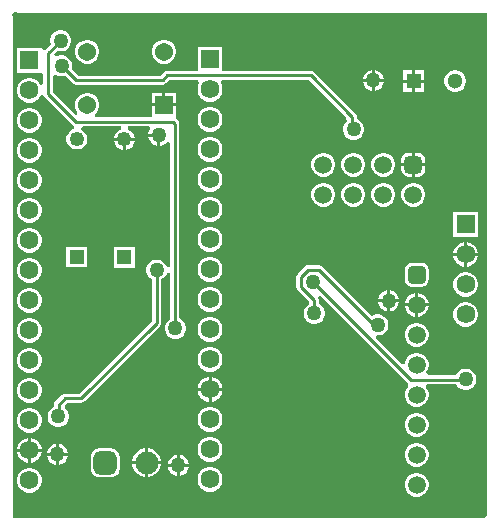
<source format=gbl>
G04*
G04 #@! TF.GenerationSoftware,Altium Limited,Altium Designer,25.5.2 (35)*
G04*
G04 Layer_Physical_Order=2*
G04 Layer_Color=16711680*
%FSLAX44Y44*%
%MOMM*%
G71*
G04*
G04 #@! TF.SameCoordinates,BE086167-A92D-4318-8729-62100742BBEE*
G04*
G04*
G04 #@! TF.FilePolarity,Positive*
G04*
G01*
G75*
%ADD13C,0.2540*%
%ADD14C,1.2500*%
%ADD15R,1.2500X1.2500*%
%ADD16R,1.5400X1.5400*%
%ADD17C,1.5400*%
%ADD18C,1.5900*%
%ADD19R,1.5900X1.5900*%
%ADD24R,1.3000X1.3000*%
%ADD27C,1.3000*%
%ADD29C,1.5000*%
G04:AMPARAMS|DCode=30|XSize=1.5mm|YSize=1.5mm|CornerRadius=0.375mm|HoleSize=0mm|Usage=FLASHONLY|Rotation=180.000|XOffset=0mm|YOffset=0mm|HoleType=Round|Shape=RoundedRectangle|*
%AMROUNDEDRECTD30*
21,1,1.5000,0.7500,0,0,180.0*
21,1,0.7500,1.5000,0,0,180.0*
1,1,0.7500,-0.3750,0.3750*
1,1,0.7500,0.3750,0.3750*
1,1,0.7500,0.3750,-0.3750*
1,1,0.7500,-0.3750,-0.3750*
%
%ADD30ROUNDEDRECTD30*%
%ADD31C,1.5200*%
%ADD32C,1.9500*%
G04:AMPARAMS|DCode=33|XSize=1.52mm|YSize=1.52mm|CornerRadius=0.38mm|HoleSize=0mm|Usage=FLASHONLY|Rotation=270.000|XOffset=0mm|YOffset=0mm|HoleType=Round|Shape=RoundedRectangle|*
%AMROUNDEDRECTD33*
21,1,1.5200,0.7600,0,0,270.0*
21,1,0.7600,1.5200,0,0,270.0*
1,1,0.7600,-0.3800,-0.3800*
1,1,0.7600,-0.3800,0.3800*
1,1,0.7600,0.3800,0.3800*
1,1,0.7600,0.3800,-0.3800*
%
%ADD33ROUNDEDRECTD33*%
G04:AMPARAMS|DCode=34|XSize=1.95mm|YSize=1.95mm|CornerRadius=0.4875mm|HoleSize=0mm|Usage=FLASHONLY|Rotation=0.000|XOffset=0mm|YOffset=0mm|HoleType=Round|Shape=RoundedRectangle|*
%AMROUNDEDRECTD34*
21,1,1.9500,0.9750,0,0,0.0*
21,1,0.9750,1.9500,0,0,0.0*
1,1,0.9750,0.4875,-0.4875*
1,1,0.9750,-0.4875,-0.4875*
1,1,0.9750,-0.4875,0.4875*
1,1,0.9750,0.4875,0.4875*
%
%ADD34ROUNDEDRECTD34*%
%ADD35C,1.2700*%
G36*
X12750Y432250D02*
X409750D01*
Y6250D01*
X407750Y4250D01*
X8750D01*
Y429750D01*
X7750Y430750D01*
X9750Y432750D01*
X12250D01*
X12750Y432250D01*
D02*
G37*
%LPC*%
G36*
X50170Y417390D02*
X47830D01*
X45569Y416784D01*
X43541Y415614D01*
X41886Y413959D01*
X40716Y411931D01*
X40110Y409670D01*
Y407330D01*
X40580Y405574D01*
X35593Y400587D01*
X35530Y400492D01*
X32990Y401263D01*
Y402590D01*
X12010D01*
Y381610D01*
X31915D01*
X32990Y381610D01*
X34455Y379677D01*
Y372053D01*
X31915Y371372D01*
X30894Y373141D01*
X28941Y375094D01*
X26549Y376475D01*
X23881Y377190D01*
X21119D01*
X18451Y376475D01*
X16059Y375094D01*
X14106Y373141D01*
X12725Y370749D01*
X12010Y368081D01*
Y365319D01*
X12725Y362651D01*
X14106Y360259D01*
X16059Y358306D01*
X18451Y356925D01*
X21119Y356210D01*
X23881D01*
X26549Y356925D01*
X28941Y358306D01*
X30894Y360259D01*
X32083Y362318D01*
X33182Y362415D01*
X34734Y362012D01*
X34751Y361923D01*
X35593Y360663D01*
X59003Y337253D01*
X60101Y336520D01*
X60202Y335769D01*
X60022Y333869D01*
X59357Y333691D01*
X57353Y332534D01*
X55716Y330897D01*
X54559Y328893D01*
X53960Y326657D01*
Y324343D01*
X54559Y322107D01*
X55716Y320103D01*
X57353Y318466D01*
X59357Y317309D01*
X61593Y316710D01*
X63907D01*
X66143Y317309D01*
X68147Y318466D01*
X69784Y320103D01*
X70941Y322107D01*
X71540Y324343D01*
Y326657D01*
X70941Y328893D01*
X69784Y330897D01*
X68147Y332534D01*
X66343Y333575D01*
X66286Y333804D01*
X67594Y336115D01*
X99774D01*
X100109Y333575D01*
X99607Y333441D01*
X97603Y332284D01*
X95966Y330647D01*
X94809Y328643D01*
X94240Y326520D01*
X103000D01*
X111760D01*
X111191Y328643D01*
X110034Y330647D01*
X108397Y332284D01*
X106393Y333441D01*
X105891Y333575D01*
X106226Y336115D01*
X123701D01*
X124463Y334970D01*
X124915Y333575D01*
X123966Y331931D01*
X123387Y329770D01*
X132250D01*
Y328500D01*
X133520D01*
Y319637D01*
X135681Y320216D01*
X137709Y321386D01*
X139075Y322753D01*
X140285Y322559D01*
X141615Y321861D01*
Y217179D01*
X139075Y216845D01*
X138784Y217931D01*
X137614Y219959D01*
X135959Y221614D01*
X133931Y222784D01*
X131670Y223390D01*
X129330D01*
X127069Y222784D01*
X125041Y221614D01*
X123386Y219959D01*
X122216Y217931D01*
X121610Y215670D01*
Y213330D01*
X122216Y211069D01*
X123386Y209041D01*
X125041Y207386D01*
X126615Y206478D01*
Y171609D01*
X64891Y109885D01*
X52750D01*
X51263Y109589D01*
X50003Y108747D01*
X44503Y103247D01*
X43661Y101987D01*
X43365Y100500D01*
Y98667D01*
X41541Y97614D01*
X39886Y95959D01*
X38716Y93931D01*
X38110Y91670D01*
Y89330D01*
X38716Y87069D01*
X39886Y85041D01*
X41541Y83386D01*
X43569Y82216D01*
X45830Y81610D01*
X48170D01*
X50431Y82216D01*
X52459Y83386D01*
X54114Y85041D01*
X55284Y87069D01*
X55890Y89330D01*
Y91670D01*
X55284Y93931D01*
X54114Y95959D01*
X52459Y97614D01*
X52669Y100425D01*
X54359Y102115D01*
X66500D01*
X67987Y102411D01*
X69247Y103253D01*
X133247Y167253D01*
X134089Y168513D01*
X134385Y170000D01*
Y206478D01*
X135959Y207386D01*
X137614Y209041D01*
X138784Y211069D01*
X139075Y212155D01*
X141615Y211821D01*
Y172840D01*
X140791Y172364D01*
X139136Y170709D01*
X137966Y168681D01*
X137360Y166420D01*
Y164080D01*
X137966Y161819D01*
X139136Y159791D01*
X140791Y158136D01*
X142819Y156966D01*
X145080Y156360D01*
X147420D01*
X149681Y156966D01*
X151709Y158136D01*
X153364Y159791D01*
X154534Y161819D01*
X155140Y164080D01*
Y166420D01*
X154534Y168681D01*
X153364Y170709D01*
X151709Y172364D01*
X149681Y173534D01*
X149385Y173614D01*
Y338500D01*
X149089Y339987D01*
X148247Y341247D01*
X147648Y341846D01*
X146743Y344002D01*
X146740Y345279D01*
X146740Y352980D01*
X136500D01*
X126260D01*
Y346425D01*
X126260Y344010D01*
X123772Y343885D01*
X79079D01*
X78466Y344916D01*
X78156Y346425D01*
X79694Y347962D01*
X81042Y350298D01*
X81740Y352902D01*
Y355598D01*
X81042Y358203D01*
X79694Y360537D01*
X77787Y362444D01*
X75452Y363792D01*
X72848Y364490D01*
X70152D01*
X67547Y363792D01*
X65212Y362444D01*
X63306Y360537D01*
X61958Y358203D01*
X61260Y355598D01*
Y352902D01*
X61958Y350298D01*
X63169Y348200D01*
X63227Y347705D01*
X62518Y345389D01*
X62383Y345293D01*
X61858Y345386D01*
X42225Y365019D01*
Y378861D01*
X43840Y379750D01*
X44765Y380007D01*
X46569Y378966D01*
X48830Y378360D01*
X51170D01*
X52926Y378830D01*
X59253Y372503D01*
X60513Y371661D01*
X62000Y371365D01*
X135456D01*
X136942Y371661D01*
X138202Y372503D01*
X141025Y375325D01*
X165120D01*
X166467Y372785D01*
X165725Y371499D01*
X165010Y368831D01*
Y366069D01*
X165725Y363401D01*
X167106Y361009D01*
X169059Y359056D01*
X171451Y357675D01*
X174119Y356960D01*
X176881D01*
X179549Y357675D01*
X181941Y359056D01*
X183894Y361009D01*
X185275Y363401D01*
X185990Y366069D01*
Y368831D01*
X185275Y371499D01*
X184533Y372785D01*
X185880Y375325D01*
X259181D01*
X291045Y343461D01*
X291541Y340864D01*
X289886Y339209D01*
X288716Y337181D01*
X288110Y334920D01*
Y332580D01*
X288716Y330319D01*
X289886Y328291D01*
X291541Y326636D01*
X293569Y325466D01*
X295830Y324860D01*
X298170D01*
X300431Y325466D01*
X302459Y326636D01*
X304114Y328291D01*
X305284Y330319D01*
X305890Y332580D01*
Y334920D01*
X305284Y337181D01*
X304114Y339209D01*
X302459Y340864D01*
X300431Y342034D01*
X299975Y342157D01*
Y343910D01*
X299679Y345397D01*
X298837Y346657D01*
X263537Y381957D01*
X262277Y382799D01*
X260790Y383095D01*
X185990D01*
Y403340D01*
X165010D01*
Y383095D01*
X139416D01*
X137929Y382799D01*
X136669Y381957D01*
X133847Y379135D01*
X63609D01*
X58420Y384324D01*
X58890Y386080D01*
Y388420D01*
X58284Y390681D01*
X57114Y392709D01*
X55459Y394364D01*
X53431Y395534D01*
X51170Y396140D01*
X48830D01*
X46569Y395534D01*
X46511Y395501D01*
X46058Y395493D01*
X43751Y396840D01*
X43713Y397719D01*
X46074Y400080D01*
X47830Y399610D01*
X50170D01*
X52431Y400216D01*
X54459Y401386D01*
X56114Y403041D01*
X57284Y405069D01*
X57890Y407330D01*
Y409670D01*
X57284Y411931D01*
X56114Y413959D01*
X54459Y415614D01*
X52431Y416784D01*
X50170Y417390D01*
D02*
G37*
G36*
X137848Y409490D02*
X135152D01*
X132548Y408792D01*
X130212Y407444D01*
X128306Y405537D01*
X126958Y403203D01*
X126260Y400598D01*
Y397902D01*
X126958Y395298D01*
X128306Y392962D01*
X130212Y391056D01*
X132548Y389708D01*
X135152Y389010D01*
X137848D01*
X140452Y389708D01*
X142788Y391056D01*
X144694Y392962D01*
X146042Y395298D01*
X146740Y397902D01*
Y400598D01*
X146042Y403203D01*
X144694Y405537D01*
X142788Y407444D01*
X140452Y408792D01*
X137848Y409490D01*
D02*
G37*
G36*
X72848D02*
X70152D01*
X67547Y408792D01*
X65212Y407444D01*
X63306Y405537D01*
X61958Y403203D01*
X61260Y400598D01*
Y397902D01*
X61958Y395298D01*
X63306Y392962D01*
X65212Y391056D01*
X67547Y389708D01*
X70152Y389010D01*
X72848D01*
X75452Y389708D01*
X77787Y391056D01*
X79694Y392962D01*
X81042Y395298D01*
X81740Y397902D01*
Y400598D01*
X81042Y403203D01*
X79694Y405537D01*
X77787Y407444D01*
X75452Y408792D01*
X72848Y409490D01*
D02*
G37*
G36*
X315020Y383863D02*
Y376270D01*
X322613D01*
X322034Y378431D01*
X320864Y380459D01*
X319209Y382114D01*
X317181Y383284D01*
X315020Y383863D01*
D02*
G37*
G36*
X312480D02*
X310319Y383284D01*
X308291Y382114D01*
X306636Y380459D01*
X305466Y378431D01*
X304887Y376270D01*
X312480D01*
Y383863D01*
D02*
G37*
G36*
X357040Y383540D02*
X349270D01*
Y375770D01*
X357040D01*
Y383540D01*
D02*
G37*
G36*
X346730D02*
X338960D01*
Y375770D01*
X346730D01*
Y383540D01*
D02*
G37*
G36*
X322613Y373730D02*
X315020D01*
Y366137D01*
X317181Y366716D01*
X319209Y367886D01*
X320864Y369541D01*
X322034Y371569D01*
X322613Y373730D01*
D02*
G37*
G36*
X312480D02*
X304887D01*
X305466Y371569D01*
X306636Y369541D01*
X308291Y367886D01*
X310319Y366716D01*
X312480Y366137D01*
Y373730D01*
D02*
G37*
G36*
X384190Y383540D02*
X381810D01*
X379511Y382924D01*
X377449Y381734D01*
X375766Y380051D01*
X374576Y377989D01*
X373960Y375690D01*
Y373310D01*
X374576Y371011D01*
X375766Y368949D01*
X377449Y367266D01*
X379511Y366076D01*
X381810Y365460D01*
X384190D01*
X386489Y366076D01*
X388551Y367266D01*
X390234Y368949D01*
X391424Y371011D01*
X392040Y373310D01*
Y375690D01*
X391424Y377989D01*
X390234Y380051D01*
X388551Y381734D01*
X386489Y382924D01*
X384190Y383540D01*
D02*
G37*
G36*
X357040Y373230D02*
X349270D01*
Y365460D01*
X357040D01*
Y373230D01*
D02*
G37*
G36*
X346730D02*
X338960D01*
Y365460D01*
X346730D01*
Y373230D01*
D02*
G37*
G36*
X146740Y364490D02*
X137770D01*
Y355520D01*
X146740D01*
Y364490D01*
D02*
G37*
G36*
X135230D02*
X126260D01*
Y355520D01*
X135230D01*
Y364490D01*
D02*
G37*
G36*
X176881Y352540D02*
X174119D01*
X171451Y351825D01*
X169059Y350444D01*
X167106Y348491D01*
X165725Y346099D01*
X165010Y343431D01*
Y340669D01*
X165725Y338001D01*
X167106Y335609D01*
X169059Y333656D01*
X171451Y332275D01*
X174119Y331560D01*
X176881D01*
X179549Y332275D01*
X181941Y333656D01*
X183894Y335609D01*
X185275Y338001D01*
X185990Y340669D01*
Y343431D01*
X185275Y346099D01*
X183894Y348491D01*
X181941Y350444D01*
X179549Y351825D01*
X176881Y352540D01*
D02*
G37*
G36*
X23881Y351790D02*
X21119D01*
X18451Y351075D01*
X16059Y349694D01*
X14106Y347741D01*
X12725Y345349D01*
X12010Y342681D01*
Y339919D01*
X12725Y337251D01*
X14106Y334859D01*
X16059Y332906D01*
X18451Y331525D01*
X21119Y330810D01*
X23881D01*
X26549Y331525D01*
X28941Y332906D01*
X30894Y334859D01*
X32275Y337251D01*
X32990Y339919D01*
Y342681D01*
X32275Y345349D01*
X30894Y347741D01*
X28941Y349694D01*
X26549Y351075D01*
X23881Y351790D01*
D02*
G37*
G36*
X130980Y327230D02*
X123387D01*
X123966Y325069D01*
X125136Y323041D01*
X126791Y321386D01*
X128819Y320216D01*
X130980Y319637D01*
Y327230D01*
D02*
G37*
G36*
X111760Y323980D02*
X104270D01*
Y316490D01*
X106393Y317059D01*
X108397Y318216D01*
X110034Y319853D01*
X111191Y321857D01*
X111760Y323980D01*
D02*
G37*
G36*
X101730D02*
X94240D01*
X94809Y321857D01*
X95966Y319853D01*
X97603Y318216D01*
X99607Y317059D01*
X101730Y316490D01*
Y323980D01*
D02*
G37*
G36*
X176881Y327140D02*
X174119D01*
X171451Y326425D01*
X169059Y325044D01*
X167106Y323091D01*
X165725Y320699D01*
X165010Y318031D01*
Y315269D01*
X165725Y312601D01*
X167106Y310209D01*
X169059Y308256D01*
X171451Y306875D01*
X174119Y306160D01*
X176881D01*
X179549Y306875D01*
X181941Y308256D01*
X183894Y310209D01*
X185275Y312601D01*
X185990Y315269D01*
Y318031D01*
X185275Y320699D01*
X183894Y323091D01*
X181941Y325044D01*
X179549Y326425D01*
X176881Y327140D01*
D02*
G37*
G36*
X23881Y326390D02*
X21119D01*
X18451Y325675D01*
X16059Y324294D01*
X14106Y322341D01*
X12725Y319949D01*
X12010Y317281D01*
Y314519D01*
X12725Y311851D01*
X14106Y309459D01*
X16059Y307506D01*
X18451Y306125D01*
X21119Y305410D01*
X23881D01*
X26549Y306125D01*
X28941Y307506D01*
X30894Y309459D01*
X32275Y311851D01*
X32990Y314519D01*
Y317281D01*
X32275Y319949D01*
X30894Y322341D01*
X28941Y324294D01*
X26549Y325675D01*
X23881Y326390D01*
D02*
G37*
G36*
X351350Y313863D02*
X348870D01*
Y304970D01*
X357763D01*
Y307450D01*
X357275Y309904D01*
X355885Y311985D01*
X353804Y313375D01*
X351350Y313863D01*
D02*
G37*
G36*
X346330D02*
X343850D01*
X341396Y313375D01*
X339315Y311985D01*
X337925Y309904D01*
X337437Y307450D01*
Y304970D01*
X346330D01*
Y313863D01*
D02*
G37*
G36*
X323522Y313740D02*
X320878D01*
X318325Y313056D01*
X316035Y311734D01*
X314166Y309865D01*
X312844Y307575D01*
X312160Y305022D01*
Y302378D01*
X312844Y299825D01*
X314166Y297535D01*
X316035Y295666D01*
X318325Y294344D01*
X320878Y293660D01*
X323522D01*
X326075Y294344D01*
X328365Y295666D01*
X330234Y297535D01*
X331556Y299825D01*
X332240Y302378D01*
Y305022D01*
X331556Y307575D01*
X330234Y309865D01*
X328365Y311734D01*
X326075Y313056D01*
X323522Y313740D01*
D02*
G37*
G36*
X298122D02*
X295478D01*
X292925Y313056D01*
X290635Y311734D01*
X288766Y309865D01*
X287444Y307575D01*
X286760Y305022D01*
Y302378D01*
X287444Y299825D01*
X288766Y297535D01*
X290635Y295666D01*
X292925Y294344D01*
X295478Y293660D01*
X298122D01*
X300675Y294344D01*
X302965Y295666D01*
X304834Y297535D01*
X306156Y299825D01*
X306840Y302378D01*
Y305022D01*
X306156Y307575D01*
X304834Y309865D01*
X302965Y311734D01*
X300675Y313056D01*
X298122Y313740D01*
D02*
G37*
G36*
X272722D02*
X270078D01*
X267525Y313056D01*
X265235Y311734D01*
X263366Y309865D01*
X262044Y307575D01*
X261360Y305022D01*
Y302378D01*
X262044Y299825D01*
X263366Y297535D01*
X265235Y295666D01*
X267525Y294344D01*
X270078Y293660D01*
X272722D01*
X275275Y294344D01*
X277565Y295666D01*
X279434Y297535D01*
X280756Y299825D01*
X281440Y302378D01*
Y305022D01*
X280756Y307575D01*
X279434Y309865D01*
X277565Y311734D01*
X275275Y313056D01*
X272722Y313740D01*
D02*
G37*
G36*
X357763Y302430D02*
X348870D01*
Y293537D01*
X351350D01*
X353804Y294025D01*
X355885Y295415D01*
X357275Y297496D01*
X357763Y299950D01*
Y302430D01*
D02*
G37*
G36*
X346330D02*
X337437D01*
Y299950D01*
X337925Y297496D01*
X339315Y295415D01*
X341396Y294025D01*
X343850Y293537D01*
X346330D01*
Y302430D01*
D02*
G37*
G36*
X176881Y301740D02*
X174119D01*
X171451Y301025D01*
X169059Y299644D01*
X167106Y297691D01*
X165725Y295299D01*
X165010Y292631D01*
Y289869D01*
X165725Y287201D01*
X167106Y284809D01*
X169059Y282856D01*
X171451Y281475D01*
X174119Y280760D01*
X176881D01*
X179549Y281475D01*
X181941Y282856D01*
X183894Y284809D01*
X185275Y287201D01*
X185990Y289869D01*
Y292631D01*
X185275Y295299D01*
X183894Y297691D01*
X181941Y299644D01*
X179549Y301025D01*
X176881Y301740D01*
D02*
G37*
G36*
X23881Y300990D02*
X21119D01*
X18451Y300275D01*
X16059Y298894D01*
X14106Y296941D01*
X12725Y294549D01*
X12010Y291881D01*
Y289119D01*
X12725Y286451D01*
X14106Y284059D01*
X16059Y282106D01*
X18451Y280725D01*
X21119Y280010D01*
X23881D01*
X26549Y280725D01*
X28941Y282106D01*
X30894Y284059D01*
X32275Y286451D01*
X32990Y289119D01*
Y291881D01*
X32275Y294549D01*
X30894Y296941D01*
X28941Y298894D01*
X26549Y300275D01*
X23881Y300990D01*
D02*
G37*
G36*
X348922Y288340D02*
X346278D01*
X343725Y287656D01*
X341435Y286334D01*
X339566Y284465D01*
X338244Y282175D01*
X337560Y279622D01*
Y276978D01*
X338244Y274425D01*
X339566Y272135D01*
X341435Y270266D01*
X343725Y268944D01*
X346278Y268260D01*
X348922D01*
X351475Y268944D01*
X353765Y270266D01*
X355634Y272135D01*
X356956Y274425D01*
X357640Y276978D01*
Y279622D01*
X356956Y282175D01*
X355634Y284465D01*
X353765Y286334D01*
X351475Y287656D01*
X348922Y288340D01*
D02*
G37*
G36*
X323522D02*
X320878D01*
X318325Y287656D01*
X316035Y286334D01*
X314166Y284465D01*
X312844Y282175D01*
X312160Y279622D01*
Y276978D01*
X312844Y274425D01*
X314166Y272135D01*
X316035Y270266D01*
X318325Y268944D01*
X320878Y268260D01*
X323522D01*
X326075Y268944D01*
X328365Y270266D01*
X330234Y272135D01*
X331556Y274425D01*
X332240Y276978D01*
Y279622D01*
X331556Y282175D01*
X330234Y284465D01*
X328365Y286334D01*
X326075Y287656D01*
X323522Y288340D01*
D02*
G37*
G36*
X298122D02*
X295478D01*
X292925Y287656D01*
X290635Y286334D01*
X288766Y284465D01*
X287444Y282175D01*
X286760Y279622D01*
Y276978D01*
X287444Y274425D01*
X288766Y272135D01*
X290635Y270266D01*
X292925Y268944D01*
X295478Y268260D01*
X298122D01*
X300675Y268944D01*
X302965Y270266D01*
X304834Y272135D01*
X306156Y274425D01*
X306840Y276978D01*
Y279622D01*
X306156Y282175D01*
X304834Y284465D01*
X302965Y286334D01*
X300675Y287656D01*
X298122Y288340D01*
D02*
G37*
G36*
X272722D02*
X270078D01*
X267525Y287656D01*
X265235Y286334D01*
X263366Y284465D01*
X262044Y282175D01*
X261360Y279622D01*
Y276978D01*
X262044Y274425D01*
X263366Y272135D01*
X265235Y270266D01*
X267525Y268944D01*
X270078Y268260D01*
X272722D01*
X275275Y268944D01*
X277565Y270266D01*
X279434Y272135D01*
X280756Y274425D01*
X281440Y276978D01*
Y279622D01*
X280756Y282175D01*
X279434Y284465D01*
X277565Y286334D01*
X275275Y287656D01*
X272722Y288340D01*
D02*
G37*
G36*
X176881Y276340D02*
X174119D01*
X171451Y275625D01*
X169059Y274244D01*
X167106Y272291D01*
X165725Y269899D01*
X165010Y267231D01*
Y264469D01*
X165725Y261801D01*
X167106Y259409D01*
X169059Y257456D01*
X171451Y256075D01*
X174119Y255360D01*
X176881D01*
X179549Y256075D01*
X181941Y257456D01*
X183894Y259409D01*
X185275Y261801D01*
X185990Y264469D01*
Y267231D01*
X185275Y269899D01*
X183894Y272291D01*
X181941Y274244D01*
X179549Y275625D01*
X176881Y276340D01*
D02*
G37*
G36*
X23881Y275590D02*
X21119D01*
X18451Y274875D01*
X16059Y273494D01*
X14106Y271541D01*
X12725Y269149D01*
X12010Y266481D01*
Y263719D01*
X12725Y261051D01*
X14106Y258659D01*
X16059Y256706D01*
X18451Y255325D01*
X21119Y254610D01*
X23881D01*
X26549Y255325D01*
X28941Y256706D01*
X30894Y258659D01*
X32275Y261051D01*
X32990Y263719D01*
Y266481D01*
X32275Y269149D01*
X30894Y271541D01*
X28941Y273494D01*
X26549Y274875D01*
X23881Y275590D01*
D02*
G37*
G36*
X402490Y263590D02*
X381510D01*
Y242610D01*
X402490D01*
Y263590D01*
D02*
G37*
G36*
X176881Y250940D02*
X174119D01*
X171451Y250225D01*
X169059Y248844D01*
X167106Y246891D01*
X165725Y244499D01*
X165010Y241831D01*
Y239069D01*
X165725Y236401D01*
X167106Y234009D01*
X169059Y232056D01*
X171451Y230675D01*
X174119Y229960D01*
X176881D01*
X179549Y230675D01*
X181941Y232056D01*
X183894Y234009D01*
X185275Y236401D01*
X185990Y239069D01*
Y241831D01*
X185275Y244499D01*
X183894Y246891D01*
X181941Y248844D01*
X179549Y250225D01*
X176881Y250940D01*
D02*
G37*
G36*
X23881Y250190D02*
X21119D01*
X18451Y249475D01*
X16059Y248094D01*
X14106Y246141D01*
X12725Y243749D01*
X12010Y241081D01*
Y238319D01*
X12725Y235651D01*
X14106Y233259D01*
X16059Y231306D01*
X18451Y229925D01*
X21119Y229210D01*
X23881D01*
X26549Y229925D01*
X28941Y231306D01*
X30894Y233259D01*
X32275Y235651D01*
X32990Y238319D01*
Y241081D01*
X32275Y243749D01*
X30894Y246141D01*
X28941Y248094D01*
X26549Y249475D01*
X23881Y250190D01*
D02*
G37*
G36*
X393381Y238190D02*
X393270D01*
Y228970D01*
X402490D01*
Y229081D01*
X401775Y231749D01*
X400394Y234141D01*
X398441Y236094D01*
X396049Y237475D01*
X393381Y238190D01*
D02*
G37*
G36*
X390730D02*
X390619D01*
X387951Y237475D01*
X385559Y236094D01*
X383606Y234141D01*
X382225Y231749D01*
X381510Y229081D01*
Y228970D01*
X390730D01*
Y238190D01*
D02*
G37*
G36*
X402490Y226430D02*
X393270D01*
Y217210D01*
X393381D01*
X396049Y217925D01*
X398441Y219306D01*
X400394Y221259D01*
X401775Y223651D01*
X402490Y226319D01*
Y226430D01*
D02*
G37*
G36*
X390730D02*
X381510D01*
Y226319D01*
X382225Y223651D01*
X383606Y221259D01*
X385559Y219306D01*
X387951Y217925D01*
X390619Y217210D01*
X390730D01*
Y226430D01*
D02*
G37*
G36*
X71540Y234290D02*
X53960D01*
Y216710D01*
X71540D01*
Y234290D01*
D02*
G37*
G36*
X111790Y234040D02*
X94210D01*
Y216460D01*
X111790D01*
Y234040D01*
D02*
G37*
G36*
X176881Y225540D02*
X174119D01*
X171451Y224825D01*
X169059Y223444D01*
X167106Y221491D01*
X165725Y219099D01*
X165010Y216431D01*
Y213669D01*
X165725Y211001D01*
X167106Y208609D01*
X169059Y206656D01*
X171451Y205275D01*
X174119Y204560D01*
X176881D01*
X179549Y205275D01*
X181941Y206656D01*
X183894Y208609D01*
X185275Y211001D01*
X185990Y213669D01*
Y216431D01*
X185275Y219099D01*
X183894Y221491D01*
X181941Y223444D01*
X179549Y224825D01*
X176881Y225540D01*
D02*
G37*
G36*
X23881Y224790D02*
X21119D01*
X18451Y224075D01*
X16059Y222694D01*
X14106Y220741D01*
X12725Y218349D01*
X12010Y215681D01*
Y212919D01*
X12725Y210251D01*
X14106Y207859D01*
X16059Y205906D01*
X18451Y204525D01*
X21119Y203810D01*
X23881D01*
X26549Y204525D01*
X28941Y205906D01*
X30894Y207859D01*
X32275Y210251D01*
X32990Y212919D01*
Y215681D01*
X32275Y218349D01*
X30894Y220741D01*
X28941Y222694D01*
X26549Y224075D01*
X23881Y224790D01*
D02*
G37*
G36*
X354300Y220664D02*
X346700D01*
X344226Y220172D01*
X342129Y218771D01*
X340728Y216674D01*
X340236Y214200D01*
Y206600D01*
X340728Y204126D01*
X342129Y202029D01*
X344226Y200628D01*
X346700Y200136D01*
X354300D01*
X356774Y200628D01*
X358871Y202029D01*
X360272Y204126D01*
X360764Y206600D01*
Y214200D01*
X360272Y216674D01*
X358871Y218771D01*
X356774Y220172D01*
X354300Y220664D01*
D02*
G37*
G36*
X393381Y212790D02*
X390619D01*
X387951Y212075D01*
X385559Y210694D01*
X383606Y208741D01*
X382225Y206349D01*
X381510Y203681D01*
Y200919D01*
X382225Y198251D01*
X383606Y195859D01*
X385559Y193906D01*
X387951Y192525D01*
X390619Y191810D01*
X393381D01*
X396049Y192525D01*
X398441Y193906D01*
X400394Y195859D01*
X401775Y198251D01*
X402490Y200919D01*
Y203681D01*
X401775Y206349D01*
X400394Y208741D01*
X398441Y210694D01*
X396049Y212075D01*
X393381Y212790D01*
D02*
G37*
G36*
X328020Y197363D02*
Y189770D01*
X335613D01*
X335034Y191931D01*
X333864Y193959D01*
X332209Y195614D01*
X330181Y196784D01*
X328020Y197363D01*
D02*
G37*
G36*
X325480D02*
X323319Y196784D01*
X321291Y195614D01*
X319636Y193959D01*
X318466Y191931D01*
X317887Y189770D01*
X325480D01*
Y197363D01*
D02*
G37*
G36*
X351835Y195140D02*
X351770D01*
Y186270D01*
X360640D01*
Y186335D01*
X359949Y188914D01*
X358614Y191226D01*
X356726Y193114D01*
X354414Y194449D01*
X351835Y195140D01*
D02*
G37*
G36*
X349230D02*
X349165D01*
X346586Y194449D01*
X344274Y193114D01*
X342386Y191226D01*
X341051Y188914D01*
X340360Y186335D01*
Y186270D01*
X349230D01*
Y195140D01*
D02*
G37*
G36*
X335613Y187230D02*
X328020D01*
Y179637D01*
X330181Y180216D01*
X332209Y181386D01*
X333864Y183041D01*
X335034Y185069D01*
X335613Y187230D01*
D02*
G37*
G36*
X325480D02*
X317887D01*
X318466Y185069D01*
X319636Y183041D01*
X321291Y181386D01*
X323319Y180216D01*
X325480Y179637D01*
Y187230D01*
D02*
G37*
G36*
X176881Y200140D02*
X174119D01*
X171451Y199425D01*
X169059Y198044D01*
X167106Y196091D01*
X165725Y193699D01*
X165010Y191031D01*
Y188269D01*
X165725Y185601D01*
X167106Y183209D01*
X169059Y181256D01*
X171451Y179875D01*
X174119Y179160D01*
X176881D01*
X179549Y179875D01*
X181941Y181256D01*
X183894Y183209D01*
X185275Y185601D01*
X185990Y188269D01*
Y191031D01*
X185275Y193699D01*
X183894Y196091D01*
X181941Y198044D01*
X179549Y199425D01*
X176881Y200140D01*
D02*
G37*
G36*
X23881Y199390D02*
X21119D01*
X18451Y198675D01*
X16059Y197294D01*
X14106Y195341D01*
X12725Y192949D01*
X12010Y190281D01*
Y187519D01*
X12725Y184851D01*
X14106Y182459D01*
X16059Y180506D01*
X18451Y179125D01*
X21119Y178410D01*
X23881D01*
X26549Y179125D01*
X28941Y180506D01*
X30894Y182459D01*
X32275Y184851D01*
X32990Y187519D01*
Y190281D01*
X32275Y192949D01*
X30894Y195341D01*
X28941Y197294D01*
X26549Y198675D01*
X23881Y199390D01*
D02*
G37*
G36*
X360640Y183730D02*
X351770D01*
Y174860D01*
X351835D01*
X354414Y175551D01*
X356726Y176886D01*
X358614Y178774D01*
X359949Y181086D01*
X360640Y183665D01*
Y183730D01*
D02*
G37*
G36*
X349230D02*
X340360D01*
Y183665D01*
X341051Y181086D01*
X342386Y178774D01*
X344274Y176886D01*
X346586Y175551D01*
X349165Y174860D01*
X349230D01*
Y183730D01*
D02*
G37*
G36*
X393381Y187390D02*
X390619D01*
X387951Y186675D01*
X385559Y185294D01*
X383606Y183341D01*
X382225Y180949D01*
X381510Y178281D01*
Y175519D01*
X382225Y172851D01*
X383606Y170459D01*
X385559Y168506D01*
X387951Y167125D01*
X390619Y166410D01*
X393381D01*
X396049Y167125D01*
X398441Y168506D01*
X400394Y170459D01*
X401775Y172851D01*
X402490Y175519D01*
Y178281D01*
X401775Y180949D01*
X400394Y183341D01*
X398441Y185294D01*
X396049Y186675D01*
X393381Y187390D01*
D02*
G37*
G36*
X176881Y174740D02*
X174119D01*
X171451Y174025D01*
X169059Y172644D01*
X167106Y170691D01*
X165725Y168299D01*
X165010Y165631D01*
Y162869D01*
X165725Y160201D01*
X167106Y157809D01*
X169059Y155856D01*
X171451Y154475D01*
X174119Y153760D01*
X176881D01*
X179549Y154475D01*
X181941Y155856D01*
X183894Y157809D01*
X185275Y160201D01*
X185990Y162869D01*
Y165631D01*
X185275Y168299D01*
X183894Y170691D01*
X181941Y172644D01*
X179549Y174025D01*
X176881Y174740D01*
D02*
G37*
G36*
X23881Y173990D02*
X21119D01*
X18451Y173275D01*
X16059Y171894D01*
X14106Y169941D01*
X12725Y167549D01*
X12010Y164881D01*
Y162119D01*
X12725Y159451D01*
X14106Y157059D01*
X16059Y155106D01*
X18451Y153725D01*
X21119Y153010D01*
X23881D01*
X26549Y153725D01*
X28941Y155106D01*
X30894Y157059D01*
X32275Y159451D01*
X32990Y162119D01*
Y164881D01*
X32275Y167549D01*
X30894Y169941D01*
X28941Y171894D01*
X26549Y173275D01*
X23881Y173990D01*
D02*
G37*
G36*
X351835Y169740D02*
X349165D01*
X346586Y169049D01*
X344274Y167714D01*
X342386Y165826D01*
X341051Y163514D01*
X340360Y160935D01*
Y158265D01*
X341051Y155686D01*
X342386Y153374D01*
X344274Y151486D01*
X346586Y150151D01*
X349165Y149460D01*
X351835D01*
X354414Y150151D01*
X356726Y151486D01*
X358614Y153374D01*
X359949Y155686D01*
X360640Y158265D01*
Y160935D01*
X359949Y163514D01*
X358614Y165826D01*
X356726Y167714D01*
X354414Y169049D01*
X351835Y169740D01*
D02*
G37*
G36*
X176881Y149340D02*
X174119D01*
X171451Y148625D01*
X169059Y147244D01*
X167106Y145291D01*
X165725Y142899D01*
X165010Y140231D01*
Y137469D01*
X165725Y134801D01*
X167106Y132409D01*
X169059Y130456D01*
X171451Y129075D01*
X174119Y128360D01*
X176881D01*
X179549Y129075D01*
X181941Y130456D01*
X183894Y132409D01*
X185275Y134801D01*
X185990Y137469D01*
Y140231D01*
X185275Y142899D01*
X183894Y145291D01*
X181941Y147244D01*
X179549Y148625D01*
X176881Y149340D01*
D02*
G37*
G36*
X23881Y148590D02*
X21119D01*
X18451Y147875D01*
X16059Y146494D01*
X14106Y144541D01*
X12725Y142149D01*
X12010Y139481D01*
Y136719D01*
X12725Y134051D01*
X14106Y131659D01*
X16059Y129706D01*
X18451Y128325D01*
X21119Y127610D01*
X23881D01*
X26549Y128325D01*
X28941Y129706D01*
X30894Y131659D01*
X32275Y134051D01*
X32990Y136719D01*
Y139481D01*
X32275Y142149D01*
X30894Y144541D01*
X28941Y146494D01*
X26549Y147875D01*
X23881Y148590D01*
D02*
G37*
G36*
X176881Y123940D02*
X176770D01*
Y114720D01*
X185990D01*
Y114831D01*
X185275Y117499D01*
X183894Y119891D01*
X181941Y121844D01*
X179549Y123225D01*
X176881Y123940D01*
D02*
G37*
G36*
X174230D02*
X174119D01*
X171451Y123225D01*
X169059Y121844D01*
X167106Y119891D01*
X165725Y117499D01*
X165010Y114831D01*
Y114720D01*
X174230D01*
Y123940D01*
D02*
G37*
G36*
X266500Y218635D02*
X258632D01*
X257145Y218339D01*
X255885Y217497D01*
X249843Y211455D01*
X249001Y210195D01*
X248705Y208708D01*
Y200184D01*
X249001Y198697D01*
X249843Y197437D01*
X259225Y188055D01*
X258960Y185250D01*
X258291Y184864D01*
X256636Y183209D01*
X255466Y181181D01*
X254860Y178920D01*
Y176580D01*
X255466Y174319D01*
X256636Y172291D01*
X258291Y170636D01*
X260319Y169466D01*
X262580Y168860D01*
X264920D01*
X267181Y169466D01*
X269209Y170636D01*
X270864Y172291D01*
X272034Y174319D01*
X272640Y176580D01*
Y178920D01*
X272034Y181181D01*
X270864Y183209D01*
X269209Y184864D01*
X267635Y185772D01*
Y189024D01*
X267339Y190510D01*
X266705Y191459D01*
X268678Y193078D01*
X342753Y119003D01*
X342863Y118930D01*
X342925Y118841D01*
X343267Y115986D01*
X343225Y115865D01*
X342386Y115026D01*
X341051Y112714D01*
X340360Y110135D01*
Y107465D01*
X341051Y104886D01*
X342386Y102574D01*
X344274Y100686D01*
X346586Y99351D01*
X349165Y98660D01*
X351835D01*
X354414Y99351D01*
X356726Y100686D01*
X358614Y102574D01*
X359949Y104886D01*
X360640Y107465D01*
Y110135D01*
X359949Y112714D01*
X358614Y115026D01*
X358315Y115325D01*
X359367Y117865D01*
X384122D01*
X384886Y116541D01*
X386541Y114886D01*
X388569Y113716D01*
X390830Y113110D01*
X393170D01*
X395431Y113716D01*
X397459Y114886D01*
X399114Y116541D01*
X400284Y118569D01*
X400890Y120830D01*
Y123170D01*
X400284Y125431D01*
X399114Y127459D01*
X397459Y129114D01*
X395431Y130284D01*
X393170Y130890D01*
X390830D01*
X388569Y130284D01*
X386541Y129114D01*
X384886Y127459D01*
X383833Y125635D01*
X359867D01*
X358960Y127328D01*
X358730Y128175D01*
X359949Y130286D01*
X360640Y132865D01*
Y135535D01*
X359949Y138114D01*
X358614Y140426D01*
X356726Y142314D01*
X354414Y143649D01*
X351835Y144340D01*
X349165D01*
X346586Y143649D01*
X344274Y142314D01*
X342386Y140426D01*
X341051Y138114D01*
X340453Y135883D01*
X339346Y135291D01*
X337820Y134924D01*
X316063Y156680D01*
X317226Y159110D01*
X318670D01*
X320931Y159716D01*
X322959Y160886D01*
X324614Y162541D01*
X325784Y164569D01*
X326390Y166830D01*
Y169170D01*
X325784Y171431D01*
X324614Y173459D01*
X322959Y175114D01*
X320931Y176284D01*
X318670Y176890D01*
X316330D01*
X314069Y176284D01*
X312731Y175512D01*
X270837Y217407D01*
X269577Y218249D01*
X268090Y218545D01*
X266952D01*
X266500Y218635D01*
D02*
G37*
G36*
X185990Y112180D02*
X176770D01*
Y102960D01*
X176881D01*
X179549Y103675D01*
X181941Y105056D01*
X183894Y107009D01*
X185275Y109401D01*
X185990Y112069D01*
Y112180D01*
D02*
G37*
G36*
X174230D02*
X165010D01*
Y112069D01*
X165725Y109401D01*
X167106Y107009D01*
X169059Y105056D01*
X171451Y103675D01*
X174119Y102960D01*
X174230D01*
Y112180D01*
D02*
G37*
G36*
X23881Y123190D02*
X21119D01*
X18451Y122475D01*
X16059Y121094D01*
X14106Y119141D01*
X12725Y116749D01*
X12010Y114081D01*
Y111319D01*
X12725Y108651D01*
X14106Y106259D01*
X16059Y104306D01*
X18451Y102925D01*
X21119Y102210D01*
X23881D01*
X26549Y102925D01*
X28941Y104306D01*
X30894Y106259D01*
X32275Y108651D01*
X32990Y111319D01*
Y114081D01*
X32275Y116749D01*
X30894Y119141D01*
X28941Y121094D01*
X26549Y122475D01*
X23881Y123190D01*
D02*
G37*
G36*
X176881Y98540D02*
X174119D01*
X171451Y97825D01*
X169059Y96444D01*
X167106Y94491D01*
X165725Y92099D01*
X165010Y89431D01*
Y86669D01*
X165725Y84001D01*
X167106Y81609D01*
X169059Y79656D01*
X171451Y78275D01*
X174119Y77560D01*
X176881D01*
X179549Y78275D01*
X181941Y79656D01*
X183894Y81609D01*
X185275Y84001D01*
X185990Y86669D01*
Y89431D01*
X185275Y92099D01*
X183894Y94491D01*
X181941Y96444D01*
X179549Y97825D01*
X176881Y98540D01*
D02*
G37*
G36*
X23881Y97790D02*
X21119D01*
X18451Y97075D01*
X16059Y95694D01*
X14106Y93741D01*
X12725Y91349D01*
X12010Y88681D01*
Y85919D01*
X12725Y83251D01*
X14106Y80859D01*
X16059Y78906D01*
X18451Y77525D01*
X21119Y76810D01*
X23881D01*
X26549Y77525D01*
X28941Y78906D01*
X30894Y80859D01*
X32275Y83251D01*
X32990Y85919D01*
Y88681D01*
X32275Y91349D01*
X30894Y93741D01*
X28941Y95694D01*
X26549Y97075D01*
X23881Y97790D01*
D02*
G37*
G36*
X351835Y93540D02*
X349165D01*
X346586Y92849D01*
X344274Y91514D01*
X342386Y89626D01*
X341051Y87314D01*
X340360Y84735D01*
Y82065D01*
X341051Y79486D01*
X342386Y77174D01*
X344274Y75286D01*
X346586Y73951D01*
X349165Y73260D01*
X351835D01*
X354414Y73951D01*
X356726Y75286D01*
X358614Y77174D01*
X359949Y79486D01*
X360640Y82065D01*
Y84735D01*
X359949Y87314D01*
X358614Y89626D01*
X356726Y91514D01*
X354414Y92849D01*
X351835Y93540D01*
D02*
G37*
G36*
X23881Y72390D02*
X23770D01*
Y63170D01*
X32990D01*
Y63281D01*
X32275Y65949D01*
X30894Y68341D01*
X28941Y70294D01*
X26549Y71675D01*
X23881Y72390D01*
D02*
G37*
G36*
X21230D02*
X21119D01*
X18451Y71675D01*
X16059Y70294D01*
X14106Y68341D01*
X12725Y65949D01*
X12010Y63281D01*
Y63170D01*
X21230D01*
Y72390D01*
D02*
G37*
G36*
X47520Y67363D02*
Y59770D01*
X55113D01*
X54534Y61931D01*
X53364Y63959D01*
X51709Y65614D01*
X49681Y66784D01*
X47520Y67363D01*
D02*
G37*
G36*
X44980D02*
X42819Y66784D01*
X40791Y65614D01*
X39136Y63959D01*
X37966Y61931D01*
X37387Y59770D01*
X44980D01*
Y67363D01*
D02*
G37*
G36*
X123368Y63540D02*
X123020D01*
Y52520D01*
X134040D01*
Y52868D01*
X133202Y55994D01*
X131584Y58796D01*
X129296Y61084D01*
X126494Y62702D01*
X123368Y63540D01*
D02*
G37*
G36*
X120480D02*
X120132D01*
X117006Y62702D01*
X114204Y61084D01*
X111916Y58796D01*
X110297Y55994D01*
X109460Y52868D01*
Y52520D01*
X120480D01*
Y63540D01*
D02*
G37*
G36*
X176881Y73140D02*
X174119D01*
X171451Y72425D01*
X169059Y71044D01*
X167106Y69091D01*
X165725Y66699D01*
X165010Y64031D01*
Y61269D01*
X165725Y58601D01*
X167106Y56209D01*
X169059Y54256D01*
X171451Y52875D01*
X174119Y52160D01*
X176881D01*
X179549Y52875D01*
X181941Y54256D01*
X183894Y56209D01*
X185275Y58601D01*
X185990Y61269D01*
Y64031D01*
X185275Y66699D01*
X183894Y69091D01*
X181941Y71044D01*
X179549Y72425D01*
X176881Y73140D01*
D02*
G37*
G36*
X32990Y60630D02*
X23770D01*
Y51410D01*
X23881D01*
X26549Y52125D01*
X28941Y53506D01*
X30894Y55459D01*
X32275Y57851D01*
X32990Y60519D01*
Y60630D01*
D02*
G37*
G36*
X21230D02*
X12010D01*
Y60519D01*
X12725Y57851D01*
X14106Y55459D01*
X16059Y53506D01*
X18451Y52125D01*
X21119Y51410D01*
X21230D01*
Y60630D01*
D02*
G37*
G36*
X149770Y58113D02*
Y50520D01*
X157363D01*
X156784Y52681D01*
X155614Y54709D01*
X153959Y56364D01*
X151931Y57534D01*
X149770Y58113D01*
D02*
G37*
G36*
X147230D02*
X145069Y57534D01*
X143041Y56364D01*
X141386Y54709D01*
X140216Y52681D01*
X139637Y50520D01*
X147230D01*
Y58113D01*
D02*
G37*
G36*
X55113Y57230D02*
X47520D01*
Y49637D01*
X49681Y50216D01*
X51709Y51386D01*
X53364Y53041D01*
X54534Y55069D01*
X55113Y57230D01*
D02*
G37*
G36*
X44980D02*
X37387D01*
X37966Y55069D01*
X39136Y53041D01*
X40791Y51386D01*
X42819Y50216D01*
X44980Y49637D01*
Y57230D01*
D02*
G37*
G36*
X351835Y68140D02*
X349165D01*
X346586Y67449D01*
X344274Y66114D01*
X342386Y64226D01*
X341051Y61914D01*
X340360Y59335D01*
Y56665D01*
X341051Y54086D01*
X342386Y51774D01*
X344274Y49886D01*
X346586Y48551D01*
X349165Y47860D01*
X351835D01*
X354414Y48551D01*
X356726Y49886D01*
X358614Y51774D01*
X359949Y54086D01*
X360640Y56665D01*
Y59335D01*
X359949Y61914D01*
X358614Y64226D01*
X356726Y66114D01*
X354414Y67449D01*
X351835Y68140D01*
D02*
G37*
G36*
X157363Y47980D02*
X149770D01*
Y40387D01*
X151931Y40966D01*
X153959Y42136D01*
X155614Y43791D01*
X156784Y45819D01*
X157363Y47980D01*
D02*
G37*
G36*
X147230D02*
X139637D01*
X140216Y45819D01*
X141386Y43791D01*
X143041Y42136D01*
X145069Y40966D01*
X147230Y40387D01*
Y47980D01*
D02*
G37*
G36*
X134040Y49980D02*
X123020D01*
Y38960D01*
X123368D01*
X126494Y39798D01*
X129296Y41416D01*
X131584Y43704D01*
X133202Y46506D01*
X134040Y49632D01*
Y49980D01*
D02*
G37*
G36*
X120480D02*
X109460D01*
Y49632D01*
X110297Y46506D01*
X111916Y43704D01*
X114204Y41416D01*
X117006Y39798D01*
X120132Y38960D01*
X120480D01*
Y49980D01*
D02*
G37*
G36*
X91625Y63604D02*
X81875D01*
X79939Y63349D01*
X78135Y62602D01*
X76587Y61413D01*
X75398Y59865D01*
X74651Y58061D01*
X74396Y56125D01*
Y46375D01*
X74651Y44439D01*
X75398Y42635D01*
X76587Y41087D01*
X78135Y39898D01*
X79939Y39151D01*
X81875Y38896D01*
X91625D01*
X93561Y39151D01*
X95365Y39898D01*
X96913Y41087D01*
X98102Y42635D01*
X98849Y44439D01*
X99104Y46375D01*
Y56125D01*
X98849Y58061D01*
X98102Y59865D01*
X96913Y61413D01*
X95365Y62602D01*
X93561Y63349D01*
X91625Y63604D01*
D02*
G37*
G36*
X176881Y47740D02*
X174119D01*
X171451Y47025D01*
X169059Y45644D01*
X167106Y43691D01*
X165725Y41299D01*
X165010Y38631D01*
Y35869D01*
X165725Y33201D01*
X167106Y30809D01*
X169059Y28856D01*
X171451Y27475D01*
X174119Y26760D01*
X176881D01*
X179549Y27475D01*
X181941Y28856D01*
X183894Y30809D01*
X185275Y33201D01*
X185990Y35869D01*
Y38631D01*
X185275Y41299D01*
X183894Y43691D01*
X181941Y45644D01*
X179549Y47025D01*
X176881Y47740D01*
D02*
G37*
G36*
X23881Y46990D02*
X21119D01*
X18451Y46275D01*
X16059Y44894D01*
X14106Y42941D01*
X12725Y40549D01*
X12010Y37881D01*
Y35119D01*
X12725Y32451D01*
X14106Y30059D01*
X16059Y28106D01*
X18451Y26725D01*
X21119Y26010D01*
X23881D01*
X26549Y26725D01*
X28941Y28106D01*
X30894Y30059D01*
X32275Y32451D01*
X32990Y35119D01*
Y37881D01*
X32275Y40549D01*
X30894Y42941D01*
X28941Y44894D01*
X26549Y46275D01*
X23881Y46990D01*
D02*
G37*
G36*
X351835Y42740D02*
X349165D01*
X346586Y42049D01*
X344274Y40714D01*
X342386Y38826D01*
X341051Y36514D01*
X340360Y33935D01*
Y31265D01*
X341051Y28686D01*
X342386Y26374D01*
X344274Y24486D01*
X346586Y23151D01*
X349165Y22460D01*
X351835D01*
X354414Y23151D01*
X356726Y24486D01*
X358614Y26374D01*
X359949Y28686D01*
X360640Y31265D01*
Y33935D01*
X359949Y36514D01*
X358614Y38826D01*
X356726Y40714D01*
X354414Y42049D01*
X351835Y42740D01*
D02*
G37*
%LPD*%
D13*
X47250Y100500D02*
X52750Y106000D01*
X130500Y170000D02*
Y214500D01*
X66500Y106000D02*
X130500Y170000D01*
X52750Y106000D02*
X66500D01*
X47000Y90500D02*
X47250Y90750D01*
Y100500D01*
X145500Y166500D02*
Y338500D01*
X146250Y165250D02*
Y165750D01*
X61750Y340000D02*
X144000D01*
X145500Y338500D01*
Y166500D02*
X146250Y165750D01*
X38340Y363410D02*
X61750Y340000D01*
X38340Y363410D02*
Y397840D01*
X49000Y408500D01*
X50000Y387250D02*
X62000Y375250D01*
X135456D01*
X314750Y168000D02*
X317500D01*
X268090Y214660D02*
X314750Y168000D01*
X266590Y214660D02*
X268090D01*
X266500Y214750D02*
X266590Y214660D01*
X258632Y214750D02*
X266500D01*
X252590Y208708D02*
X258632Y214750D01*
X252590Y200184D02*
Y208708D01*
Y200184D02*
X263750Y189024D01*
Y177750D02*
Y189024D01*
X262750Y204500D02*
X345500Y121750D01*
X391750D02*
X392000Y122000D01*
X345500Y121750D02*
X391750D01*
X296090Y334660D02*
X297000Y333750D01*
X296090Y334660D02*
Y343910D01*
X260790Y379210D02*
X296090Y343910D01*
X139416Y379210D02*
X260790D01*
X135456Y375250D02*
X139416Y379210D01*
D14*
X103000Y325250D02*
D03*
X62750Y325500D02*
D03*
D15*
X103000Y225250D02*
D03*
X62750Y225500D02*
D03*
D16*
X136500Y354250D02*
D03*
D17*
X71500D02*
D03*
X136500Y399250D02*
D03*
X71500D02*
D03*
D18*
X175500Y164250D02*
D03*
X392000Y227700D02*
D03*
Y202300D02*
D03*
Y176900D02*
D03*
X175500Y367450D02*
D03*
X22500Y188900D02*
D03*
X175500Y113450D02*
D03*
X22500Y61900D02*
D03*
Y214300D02*
D03*
Y112700D02*
D03*
X175500Y342050D02*
D03*
Y316650D02*
D03*
Y291250D02*
D03*
Y265850D02*
D03*
Y240450D02*
D03*
Y215050D02*
D03*
Y189650D02*
D03*
Y138850D02*
D03*
Y88050D02*
D03*
Y62650D02*
D03*
Y37250D02*
D03*
X22500Y366700D02*
D03*
Y341300D02*
D03*
Y315900D02*
D03*
Y290500D02*
D03*
Y265100D02*
D03*
Y239700D02*
D03*
Y163500D02*
D03*
Y138100D02*
D03*
Y87300D02*
D03*
Y36500D02*
D03*
D19*
X392000Y253100D02*
D03*
X175500Y392850D02*
D03*
X22500Y392100D02*
D03*
D24*
X348000Y374500D02*
D03*
D27*
X383000D02*
D03*
D29*
X271400Y278300D02*
D03*
X296800D02*
D03*
X271400Y303700D02*
D03*
X296800D02*
D03*
X322200Y278300D02*
D03*
Y303700D02*
D03*
X347600Y278300D02*
D03*
D30*
Y303700D02*
D03*
D31*
X350500Y159600D02*
D03*
Y185000D02*
D03*
Y134200D02*
D03*
Y83400D02*
D03*
Y108800D02*
D03*
Y58000D02*
D03*
Y32600D02*
D03*
D32*
X121750Y51250D02*
D03*
D33*
X350500Y210400D02*
D03*
D34*
X86750Y51250D02*
D03*
D35*
X47000Y90500D02*
D03*
X130500Y214500D02*
D03*
X146250Y165250D02*
D03*
X49000Y408500D02*
D03*
X50000Y387250D02*
D03*
X132250Y328500D02*
D03*
X313750Y375000D02*
D03*
X326750Y188500D02*
D03*
X148500Y49250D02*
D03*
X46250Y58500D02*
D03*
X317500Y168000D02*
D03*
X263750Y177750D02*
D03*
X392000Y122000D02*
D03*
X262750Y204500D02*
D03*
X297000Y333750D02*
D03*
M02*

</source>
